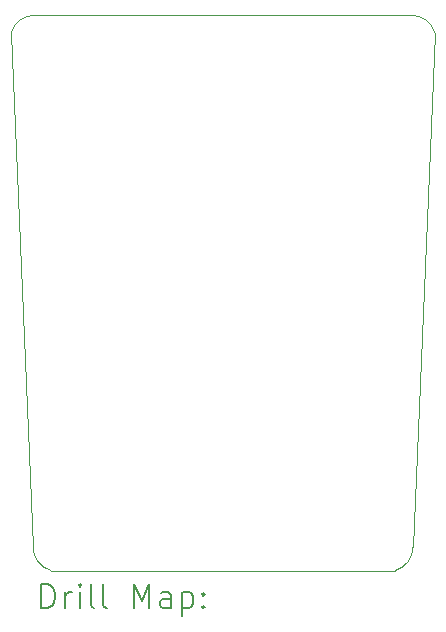
<source format=gbr>
%TF.GenerationSoftware,KiCad,Pcbnew,7.0.7*%
%TF.CreationDate,2023-09-20T21:46:06-04:00*%
%TF.ProjectId,DIYmic,4449596d-6963-42e6-9b69-6361645f7063,rev?*%
%TF.SameCoordinates,Original*%
%TF.FileFunction,Drillmap*%
%TF.FilePolarity,Positive*%
%FSLAX45Y45*%
G04 Gerber Fmt 4.5, Leading zero omitted, Abs format (unit mm)*
G04 Created by KiCad (PCBNEW 7.0.7) date 2023-09-20 21:46:06*
%MOMM*%
%LPD*%
G01*
G04 APERTURE LIST*
%ADD10C,0.100000*%
%ADD11C,0.200000*%
G04 APERTURE END LIST*
D10*
X5560000Y-8765000D02*
G75*
G03*
X5709613Y-8965011I208500J0D01*
G01*
X8627441Y-8964996D02*
G75*
G03*
X8777000Y-8765000I-58941J199996D01*
G01*
X8962050Y-4414617D02*
G75*
G03*
X8768500Y-4265000I-193550J-50383D01*
G01*
X5568500Y-4265000D02*
G75*
G03*
X5374892Y-4414842I0J-200000D01*
G01*
X8962050Y-4414617D02*
X8777000Y-8765000D01*
X7168500Y-8965000D02*
X8627441Y-8964996D01*
X5568500Y-4265000D02*
X8768500Y-4265000D01*
X7168500Y-8965000D02*
X5709613Y-8965012D01*
X5560000Y-8765000D02*
X5374892Y-4414842D01*
D11*
X5630668Y-9281495D02*
X5630668Y-9081495D01*
X5630668Y-9081495D02*
X5678287Y-9081495D01*
X5678287Y-9081495D02*
X5706859Y-9091019D01*
X5706859Y-9091019D02*
X5725906Y-9110067D01*
X5725906Y-9110067D02*
X5735430Y-9129114D01*
X5735430Y-9129114D02*
X5744954Y-9167210D01*
X5744954Y-9167210D02*
X5744954Y-9195781D01*
X5744954Y-9195781D02*
X5735430Y-9233876D01*
X5735430Y-9233876D02*
X5725906Y-9252924D01*
X5725906Y-9252924D02*
X5706859Y-9271972D01*
X5706859Y-9271972D02*
X5678287Y-9281495D01*
X5678287Y-9281495D02*
X5630668Y-9281495D01*
X5830668Y-9281495D02*
X5830668Y-9148162D01*
X5830668Y-9186257D02*
X5840192Y-9167210D01*
X5840192Y-9167210D02*
X5849716Y-9157686D01*
X5849716Y-9157686D02*
X5868764Y-9148162D01*
X5868764Y-9148162D02*
X5887811Y-9148162D01*
X5954478Y-9281495D02*
X5954478Y-9148162D01*
X5954478Y-9081495D02*
X5944954Y-9091019D01*
X5944954Y-9091019D02*
X5954478Y-9100543D01*
X5954478Y-9100543D02*
X5964002Y-9091019D01*
X5964002Y-9091019D02*
X5954478Y-9081495D01*
X5954478Y-9081495D02*
X5954478Y-9100543D01*
X6078287Y-9281495D02*
X6059240Y-9271972D01*
X6059240Y-9271972D02*
X6049716Y-9252924D01*
X6049716Y-9252924D02*
X6049716Y-9081495D01*
X6183049Y-9281495D02*
X6164002Y-9271972D01*
X6164002Y-9271972D02*
X6154478Y-9252924D01*
X6154478Y-9252924D02*
X6154478Y-9081495D01*
X6411621Y-9281495D02*
X6411621Y-9081495D01*
X6411621Y-9081495D02*
X6478287Y-9224352D01*
X6478287Y-9224352D02*
X6544954Y-9081495D01*
X6544954Y-9081495D02*
X6544954Y-9281495D01*
X6725906Y-9281495D02*
X6725906Y-9176733D01*
X6725906Y-9176733D02*
X6716383Y-9157686D01*
X6716383Y-9157686D02*
X6697335Y-9148162D01*
X6697335Y-9148162D02*
X6659240Y-9148162D01*
X6659240Y-9148162D02*
X6640192Y-9157686D01*
X6725906Y-9271972D02*
X6706859Y-9281495D01*
X6706859Y-9281495D02*
X6659240Y-9281495D01*
X6659240Y-9281495D02*
X6640192Y-9271972D01*
X6640192Y-9271972D02*
X6630668Y-9252924D01*
X6630668Y-9252924D02*
X6630668Y-9233876D01*
X6630668Y-9233876D02*
X6640192Y-9214829D01*
X6640192Y-9214829D02*
X6659240Y-9205305D01*
X6659240Y-9205305D02*
X6706859Y-9205305D01*
X6706859Y-9205305D02*
X6725906Y-9195781D01*
X6821145Y-9148162D02*
X6821145Y-9348162D01*
X6821145Y-9157686D02*
X6840192Y-9148162D01*
X6840192Y-9148162D02*
X6878287Y-9148162D01*
X6878287Y-9148162D02*
X6897335Y-9157686D01*
X6897335Y-9157686D02*
X6906859Y-9167210D01*
X6906859Y-9167210D02*
X6916383Y-9186257D01*
X6916383Y-9186257D02*
X6916383Y-9243400D01*
X6916383Y-9243400D02*
X6906859Y-9262448D01*
X6906859Y-9262448D02*
X6897335Y-9271972D01*
X6897335Y-9271972D02*
X6878287Y-9281495D01*
X6878287Y-9281495D02*
X6840192Y-9281495D01*
X6840192Y-9281495D02*
X6821145Y-9271972D01*
X7002097Y-9262448D02*
X7011621Y-9271972D01*
X7011621Y-9271972D02*
X7002097Y-9281495D01*
X7002097Y-9281495D02*
X6992573Y-9271972D01*
X6992573Y-9271972D02*
X7002097Y-9262448D01*
X7002097Y-9262448D02*
X7002097Y-9281495D01*
X7002097Y-9157686D02*
X7011621Y-9167210D01*
X7011621Y-9167210D02*
X7002097Y-9176733D01*
X7002097Y-9176733D02*
X6992573Y-9167210D01*
X6992573Y-9167210D02*
X7002097Y-9157686D01*
X7002097Y-9157686D02*
X7002097Y-9176733D01*
M02*

</source>
